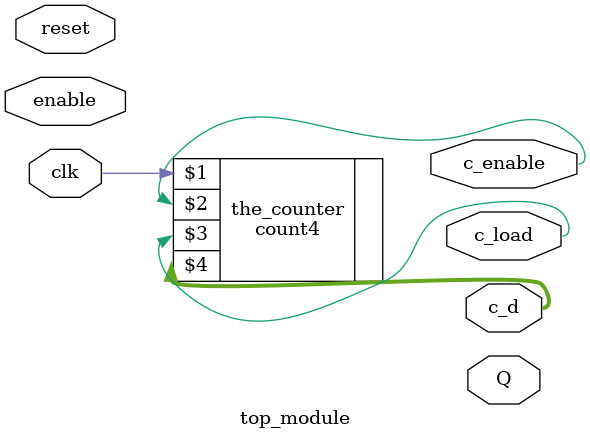
<source format=v>



// You have the following components available:
// First, the 4-bit binary counter (count4) below, which has Enable and synchronous parallel-load inputs (load has higher priority than enable). The count4 module is provided to you. Instantiate it in your circuit.
// Second, logic gates

// The c_enable, c_load, and c_d outputs are the signals that go to the internal counter's enable, load, and d inputs, respectively. Their purpose is to allow these signals to be checked for correctness.

module top_module (
    input clk,
    input reset,
    input enable,
    output [3:0] Q,
    output c_enable,
    output c_load,
    output [3:0] c_d
); //

    // Insert your code below
    
    count4 the_counter (clk, c_enable, c_load, c_d /*, ... */ );

endmodule
</source>
